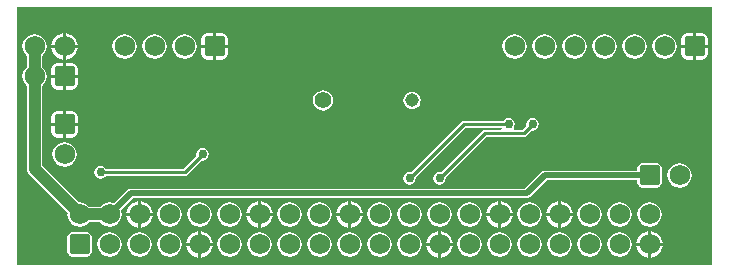
<source format=gbl>
G04 Layer_Physical_Order=2*
G04 Layer_Color=16711680*
%FSLAX25Y25*%
%MOIN*%
G70*
G01*
G75*
%ADD19C,0.02000*%
%ADD20C,0.01000*%
%ADD23C,0.06800*%
G04:AMPARAMS|DCode=24|XSize=68mil|YSize=68mil|CornerRadius=10.2mil|HoleSize=0mil|Usage=FLASHONLY|Rotation=270.000|XOffset=0mil|YOffset=0mil|HoleType=Round|Shape=RoundedRectangle|*
%AMROUNDEDRECTD24*
21,1,0.06800,0.04760,0,0,270.0*
21,1,0.04760,0.06800,0,0,270.0*
1,1,0.02040,-0.02380,-0.02380*
1,1,0.02040,-0.02380,0.02380*
1,1,0.02040,0.02380,0.02380*
1,1,0.02040,0.02380,-0.02380*
%
%ADD24ROUNDEDRECTD24*%
G04:AMPARAMS|DCode=25|XSize=68mil|YSize=68mil|CornerRadius=10.2mil|HoleSize=0mil|Usage=FLASHONLY|Rotation=180.000|XOffset=0mil|YOffset=0mil|HoleType=Round|Shape=RoundedRectangle|*
%AMROUNDEDRECTD25*
21,1,0.06800,0.04760,0,0,180.0*
21,1,0.04760,0.06800,0,0,180.0*
1,1,0.02040,-0.02380,0.02380*
1,1,0.02040,0.02380,0.02380*
1,1,0.02040,0.02380,-0.02380*
1,1,0.02040,-0.02380,-0.02380*
%
%ADD25ROUNDEDRECTD25*%
%ADD26C,0.05500*%
%ADD27C,0.04500*%
%ADD28C,0.03000*%
%ADD29C,0.04000*%
%ADD30C,0.04000*%
G36*
X233932Y2289D02*
X2289D01*
Y88263D01*
X233932D01*
Y2289D01*
D02*
G37*
%LPC*%
G36*
X87372Y18500D02*
X83500D01*
Y14628D01*
X84149Y14713D01*
X85219Y15157D01*
X86138Y15862D01*
X86843Y16781D01*
X87287Y17851D01*
X87372Y18500D01*
D02*
G37*
G36*
X82500D02*
X78628D01*
X78713Y17851D01*
X79157Y16781D01*
X79862Y15862D01*
X80781Y15157D01*
X81851Y14713D01*
X82500Y14628D01*
Y18500D01*
D02*
G37*
G36*
X47372D02*
X43500D01*
Y14628D01*
X44149Y14713D01*
X45219Y15157D01*
X46138Y15862D01*
X46843Y16781D01*
X47287Y17851D01*
X47372Y18500D01*
D02*
G37*
G36*
X162500D02*
X158628D01*
X158713Y17851D01*
X159157Y16781D01*
X159862Y15862D01*
X160781Y15157D01*
X161851Y14713D01*
X162500Y14628D01*
Y18500D01*
D02*
G37*
G36*
X117372D02*
X113500D01*
Y14628D01*
X114149Y14713D01*
X115219Y15157D01*
X116138Y15862D01*
X116843Y16781D01*
X117287Y17851D01*
X117372Y18500D01*
D02*
G37*
G36*
X112500D02*
X108628D01*
X108713Y17851D01*
X109157Y16781D01*
X109862Y15862D01*
X110781Y15157D01*
X111851Y14713D01*
X112500Y14628D01*
Y18500D01*
D02*
G37*
G36*
X143500Y13372D02*
Y9500D01*
X147372D01*
X147287Y10149D01*
X146843Y11219D01*
X146138Y12138D01*
X145219Y12843D01*
X144149Y13287D01*
X143500Y13372D01*
D02*
G37*
G36*
X142500D02*
X141851Y13287D01*
X140781Y12843D01*
X139862Y12138D01*
X139157Y11219D01*
X138713Y10149D01*
X138628Y9500D01*
X142500D01*
Y13372D01*
D02*
G37*
G36*
X63500D02*
Y9500D01*
X67372D01*
X67287Y10149D01*
X66843Y11219D01*
X66138Y12138D01*
X65219Y12843D01*
X64149Y13287D01*
X63500Y13372D01*
D02*
G37*
G36*
X42500Y18500D02*
X38628D01*
X38713Y17851D01*
X39157Y16781D01*
X39862Y15862D01*
X40781Y15157D01*
X41851Y14713D01*
X42500Y14628D01*
Y18500D01*
D02*
G37*
G36*
X213500Y13372D02*
Y9500D01*
X217372D01*
X217287Y10149D01*
X216843Y11219D01*
X216138Y12138D01*
X215219Y12843D01*
X214149Y13287D01*
X213500Y13372D01*
D02*
G37*
G36*
X212500D02*
X211851Y13287D01*
X210781Y12843D01*
X209862Y12138D01*
X209157Y11219D01*
X208713Y10149D01*
X208628Y9500D01*
X212500D01*
Y13372D01*
D02*
G37*
G36*
X123000Y23034D02*
X121956Y22897D01*
X120983Y22494D01*
X120147Y21853D01*
X119506Y21017D01*
X119103Y20044D01*
X118965Y19000D01*
X119103Y17956D01*
X119506Y16983D01*
X120147Y16147D01*
X120983Y15506D01*
X121956Y15103D01*
X123000Y14965D01*
X124044Y15103D01*
X125017Y15506D01*
X125853Y16147D01*
X126494Y16983D01*
X126897Y17956D01*
X127034Y19000D01*
X126897Y20044D01*
X126494Y21017D01*
X125853Y21853D01*
X125017Y22494D01*
X124044Y22897D01*
X123000Y23034D01*
D02*
G37*
G36*
X103000D02*
X101956Y22897D01*
X100983Y22494D01*
X100147Y21853D01*
X99506Y21017D01*
X99103Y20044D01*
X98966Y19000D01*
X99103Y17956D01*
X99506Y16983D01*
X100147Y16147D01*
X100983Y15506D01*
X101956Y15103D01*
X103000Y14965D01*
X104044Y15103D01*
X105017Y15506D01*
X105853Y16147D01*
X106494Y16983D01*
X106897Y17956D01*
X107035Y19000D01*
X106897Y20044D01*
X106494Y21017D01*
X105853Y21853D01*
X105017Y22494D01*
X104044Y22897D01*
X103000Y23034D01*
D02*
G37*
G36*
X93000D02*
X91956Y22897D01*
X90983Y22494D01*
X90147Y21853D01*
X89506Y21017D01*
X89103Y20044D01*
X88965Y19000D01*
X89103Y17956D01*
X89506Y16983D01*
X90147Y16147D01*
X90983Y15506D01*
X91956Y15103D01*
X93000Y14965D01*
X94044Y15103D01*
X95017Y15506D01*
X95853Y16147D01*
X96494Y16983D01*
X96897Y17956D01*
X97035Y19000D01*
X96897Y20044D01*
X96494Y21017D01*
X95853Y21853D01*
X95017Y22494D01*
X94044Y22897D01*
X93000Y23034D01*
D02*
G37*
G36*
X153000D02*
X151956Y22897D01*
X150983Y22494D01*
X150147Y21853D01*
X149506Y21017D01*
X149103Y20044D01*
X148966Y19000D01*
X149103Y17956D01*
X149506Y16983D01*
X150147Y16147D01*
X150983Y15506D01*
X151956Y15103D01*
X153000Y14965D01*
X154044Y15103D01*
X155017Y15506D01*
X155853Y16147D01*
X156494Y16983D01*
X156897Y17956D01*
X157035Y19000D01*
X156897Y20044D01*
X156494Y21017D01*
X155853Y21853D01*
X155017Y22494D01*
X154044Y22897D01*
X153000Y23034D01*
D02*
G37*
G36*
X143000D02*
X141956Y22897D01*
X140983Y22494D01*
X140147Y21853D01*
X139506Y21017D01*
X139103Y20044D01*
X138965Y19000D01*
X139103Y17956D01*
X139506Y16983D01*
X140147Y16147D01*
X140983Y15506D01*
X141956Y15103D01*
X143000Y14965D01*
X144044Y15103D01*
X145017Y15506D01*
X145853Y16147D01*
X146494Y16983D01*
X146897Y17956D01*
X147035Y19000D01*
X146897Y20044D01*
X146494Y21017D01*
X145853Y21853D01*
X145017Y22494D01*
X144044Y22897D01*
X143000Y23034D01*
D02*
G37*
G36*
X133000D02*
X131956Y22897D01*
X130983Y22494D01*
X130147Y21853D01*
X129506Y21017D01*
X129103Y20044D01*
X128965Y19000D01*
X129103Y17956D01*
X129506Y16983D01*
X130147Y16147D01*
X130983Y15506D01*
X131956Y15103D01*
X133000Y14965D01*
X134044Y15103D01*
X135017Y15506D01*
X135853Y16147D01*
X136494Y16983D01*
X136897Y17956D01*
X137034Y19000D01*
X136897Y20044D01*
X136494Y21017D01*
X135853Y21853D01*
X135017Y22494D01*
X134044Y22897D01*
X133000Y23034D01*
D02*
G37*
G36*
X187372Y18500D02*
X183500D01*
Y14628D01*
X184149Y14713D01*
X185219Y15157D01*
X186138Y15862D01*
X186843Y16781D01*
X187287Y17851D01*
X187372Y18500D01*
D02*
G37*
G36*
X182500D02*
X178628D01*
X178713Y17851D01*
X179157Y16781D01*
X179862Y15862D01*
X180781Y15157D01*
X181851Y14713D01*
X182500Y14628D01*
Y18500D01*
D02*
G37*
G36*
X167372D02*
X163500D01*
Y14628D01*
X164149Y14713D01*
X165219Y15157D01*
X166138Y15862D01*
X166843Y16781D01*
X167287Y17851D01*
X167372Y18500D01*
D02*
G37*
G36*
X73000Y23034D02*
X71956Y22897D01*
X70983Y22494D01*
X70147Y21853D01*
X69506Y21017D01*
X69103Y20044D01*
X68966Y19000D01*
X69103Y17956D01*
X69506Y16983D01*
X70147Y16147D01*
X70983Y15506D01*
X71956Y15103D01*
X73000Y14965D01*
X74044Y15103D01*
X75017Y15506D01*
X75853Y16147D01*
X76494Y16983D01*
X76897Y17956D01*
X77034Y19000D01*
X76897Y20044D01*
X76494Y21017D01*
X75853Y21853D01*
X75017Y22494D01*
X74044Y22897D01*
X73000Y23034D01*
D02*
G37*
G36*
X63000D02*
X61956Y22897D01*
X60983Y22494D01*
X60147Y21853D01*
X59506Y21017D01*
X59103Y20044D01*
X58965Y19000D01*
X59103Y17956D01*
X59506Y16983D01*
X60147Y16147D01*
X60983Y15506D01*
X61956Y15103D01*
X63000Y14965D01*
X64044Y15103D01*
X65017Y15506D01*
X65853Y16147D01*
X66494Y16983D01*
X66897Y17956D01*
X67035Y19000D01*
X66897Y20044D01*
X66494Y21017D01*
X65853Y21853D01*
X65017Y22494D01*
X64044Y22897D01*
X63000Y23034D01*
D02*
G37*
G36*
X53000D02*
X51956Y22897D01*
X50983Y22494D01*
X50147Y21853D01*
X49506Y21017D01*
X49103Y20044D01*
X48965Y19000D01*
X49103Y17956D01*
X49506Y16983D01*
X50147Y16147D01*
X50983Y15506D01*
X51956Y15103D01*
X53000Y14965D01*
X54044Y15103D01*
X55017Y15506D01*
X55853Y16147D01*
X56494Y16983D01*
X56897Y17956D01*
X57034Y19000D01*
X56897Y20044D01*
X56494Y21017D01*
X55853Y21853D01*
X55017Y22494D01*
X54044Y22897D01*
X53000Y23034D01*
D02*
G37*
G36*
Y13035D02*
X51956Y12897D01*
X50983Y12494D01*
X50147Y11853D01*
X49506Y11017D01*
X49103Y10044D01*
X48965Y9000D01*
X49103Y7956D01*
X49506Y6983D01*
X50147Y6147D01*
X50983Y5506D01*
X51956Y5103D01*
X53000Y4966D01*
X54044Y5103D01*
X55017Y5506D01*
X55853Y6147D01*
X56494Y6983D01*
X56897Y7956D01*
X57034Y9000D01*
X56897Y10044D01*
X56494Y11017D01*
X55853Y11853D01*
X55017Y12494D01*
X54044Y12897D01*
X53000Y13035D01*
D02*
G37*
G36*
X43000D02*
X41956Y12897D01*
X40983Y12494D01*
X40147Y11853D01*
X39506Y11017D01*
X39103Y10044D01*
X38965Y9000D01*
X39103Y7956D01*
X39506Y6983D01*
X40147Y6147D01*
X40983Y5506D01*
X41956Y5103D01*
X43000Y4966D01*
X44044Y5103D01*
X45017Y5506D01*
X45853Y6147D01*
X46494Y6983D01*
X46897Y7956D01*
X47034Y9000D01*
X46897Y10044D01*
X46494Y11017D01*
X45853Y11853D01*
X45017Y12494D01*
X44044Y12897D01*
X43000Y13035D01*
D02*
G37*
G36*
X33000D02*
X31956Y12897D01*
X30983Y12494D01*
X30147Y11853D01*
X29506Y11017D01*
X29103Y10044D01*
X28965Y9000D01*
X29103Y7956D01*
X29506Y6983D01*
X30147Y6147D01*
X30983Y5506D01*
X31956Y5103D01*
X33000Y4966D01*
X34044Y5103D01*
X35017Y5506D01*
X35853Y6147D01*
X36494Y6983D01*
X36897Y7956D01*
X37034Y9000D01*
X36897Y10044D01*
X36494Y11017D01*
X35853Y11853D01*
X35017Y12494D01*
X34044Y12897D01*
X33000Y13035D01*
D02*
G37*
G36*
X93000D02*
X91956Y12897D01*
X90983Y12494D01*
X90147Y11853D01*
X89506Y11017D01*
X89103Y10044D01*
X88965Y9000D01*
X89103Y7956D01*
X89506Y6983D01*
X90147Y6147D01*
X90983Y5506D01*
X91956Y5103D01*
X93000Y4966D01*
X94044Y5103D01*
X95017Y5506D01*
X95853Y6147D01*
X96494Y6983D01*
X96897Y7956D01*
X97035Y9000D01*
X96897Y10044D01*
X96494Y11017D01*
X95853Y11853D01*
X95017Y12494D01*
X94044Y12897D01*
X93000Y13035D01*
D02*
G37*
G36*
X83000D02*
X81956Y12897D01*
X80983Y12494D01*
X80147Y11853D01*
X79506Y11017D01*
X79103Y10044D01*
X78966Y9000D01*
X79103Y7956D01*
X79506Y6983D01*
X80147Y6147D01*
X80983Y5506D01*
X81956Y5103D01*
X83000Y4966D01*
X84044Y5103D01*
X85017Y5506D01*
X85853Y6147D01*
X86494Y6983D01*
X86897Y7956D01*
X87034Y9000D01*
X86897Y10044D01*
X86494Y11017D01*
X85853Y11853D01*
X85017Y12494D01*
X84044Y12897D01*
X83000Y13035D01*
D02*
G37*
G36*
X73000D02*
X71956Y12897D01*
X70983Y12494D01*
X70147Y11853D01*
X69506Y11017D01*
X69103Y10044D01*
X68966Y9000D01*
X69103Y7956D01*
X69506Y6983D01*
X70147Y6147D01*
X70983Y5506D01*
X71956Y5103D01*
X73000Y4966D01*
X74044Y5103D01*
X75017Y5506D01*
X75853Y6147D01*
X76494Y6983D01*
X76897Y7956D01*
X77034Y9000D01*
X76897Y10044D01*
X76494Y11017D01*
X75853Y11853D01*
X75017Y12494D01*
X74044Y12897D01*
X73000Y13035D01*
D02*
G37*
G36*
X142500Y8500D02*
X138628D01*
X138713Y7851D01*
X139157Y6781D01*
X139862Y5862D01*
X140781Y5157D01*
X141851Y4713D01*
X142500Y4628D01*
Y8500D01*
D02*
G37*
G36*
X67372D02*
X63500D01*
Y4628D01*
X64149Y4713D01*
X65219Y5157D01*
X66138Y5862D01*
X66843Y6781D01*
X67287Y7851D01*
X67372Y8500D01*
D02*
G37*
G36*
X62500D02*
X58628D01*
X58713Y7851D01*
X59157Y6781D01*
X59862Y5862D01*
X60781Y5157D01*
X61851Y4713D01*
X62500Y4628D01*
Y8500D01*
D02*
G37*
G36*
X217372D02*
X213500D01*
Y4628D01*
X214149Y4713D01*
X215219Y5157D01*
X216138Y5862D01*
X216843Y6781D01*
X217287Y7851D01*
X217372Y8500D01*
D02*
G37*
G36*
X212500D02*
X208628D01*
X208713Y7851D01*
X209157Y6781D01*
X209862Y5862D01*
X210781Y5157D01*
X211851Y4713D01*
X212500Y4628D01*
Y8500D01*
D02*
G37*
G36*
X147372D02*
X143500D01*
Y4628D01*
X144149Y4713D01*
X145219Y5157D01*
X146138Y5862D01*
X146843Y6781D01*
X147287Y7851D01*
X147372Y8500D01*
D02*
G37*
G36*
X193000Y13035D02*
X191956Y12897D01*
X190983Y12494D01*
X190147Y11853D01*
X189506Y11017D01*
X189103Y10044D01*
X188965Y9000D01*
X189103Y7956D01*
X189506Y6983D01*
X190147Y6147D01*
X190983Y5506D01*
X191956Y5103D01*
X193000Y4966D01*
X194044Y5103D01*
X195017Y5506D01*
X195853Y6147D01*
X196494Y6983D01*
X196897Y7956D01*
X197035Y9000D01*
X196897Y10044D01*
X196494Y11017D01*
X195853Y11853D01*
X195017Y12494D01*
X194044Y12897D01*
X193000Y13035D01*
D02*
G37*
G36*
X183000D02*
X181956Y12897D01*
X180983Y12494D01*
X180147Y11853D01*
X179506Y11017D01*
X179103Y10044D01*
X178965Y9000D01*
X179103Y7956D01*
X179506Y6983D01*
X180147Y6147D01*
X180983Y5506D01*
X181956Y5103D01*
X183000Y4966D01*
X184044Y5103D01*
X185017Y5506D01*
X185853Y6147D01*
X186494Y6983D01*
X186897Y7956D01*
X187034Y9000D01*
X186897Y10044D01*
X186494Y11017D01*
X185853Y11853D01*
X185017Y12494D01*
X184044Y12897D01*
X183000Y13035D01*
D02*
G37*
G36*
X173000D02*
X171956Y12897D01*
X170983Y12494D01*
X170147Y11853D01*
X169506Y11017D01*
X169103Y10044D01*
X168965Y9000D01*
X169103Y7956D01*
X169506Y6983D01*
X170147Y6147D01*
X170983Y5506D01*
X171956Y5103D01*
X173000Y4966D01*
X174044Y5103D01*
X175017Y5506D01*
X175853Y6147D01*
X176494Y6983D01*
X176897Y7956D01*
X177034Y9000D01*
X176897Y10044D01*
X176494Y11017D01*
X175853Y11853D01*
X175017Y12494D01*
X174044Y12897D01*
X173000Y13035D01*
D02*
G37*
G36*
X62500Y13372D02*
X61851Y13287D01*
X60781Y12843D01*
X59862Y12138D01*
X59157Y11219D01*
X58713Y10149D01*
X58628Y9500D01*
X62500D01*
Y13372D01*
D02*
G37*
G36*
X25380Y13032D02*
X20620D01*
X19988Y12906D01*
X19452Y12548D01*
X19094Y12012D01*
X18968Y11380D01*
Y6620D01*
X19094Y5988D01*
X19452Y5452D01*
X19988Y5094D01*
X20620Y4968D01*
X25380D01*
X26012Y5094D01*
X26548Y5452D01*
X26906Y5988D01*
X27032Y6620D01*
Y11380D01*
X26906Y12012D01*
X26548Y12548D01*
X26012Y12906D01*
X25380Y13032D01*
D02*
G37*
G36*
X203000Y13035D02*
X201956Y12897D01*
X200983Y12494D01*
X200147Y11853D01*
X199506Y11017D01*
X199103Y10044D01*
X198966Y9000D01*
X199103Y7956D01*
X199506Y6983D01*
X200147Y6147D01*
X200983Y5506D01*
X201956Y5103D01*
X203000Y4966D01*
X204044Y5103D01*
X205017Y5506D01*
X205853Y6147D01*
X206494Y6983D01*
X206897Y7956D01*
X207034Y9000D01*
X206897Y10044D01*
X206494Y11017D01*
X205853Y11853D01*
X205017Y12494D01*
X204044Y12897D01*
X203000Y13035D01*
D02*
G37*
G36*
X123000D02*
X121956Y12897D01*
X120983Y12494D01*
X120147Y11853D01*
X119506Y11017D01*
X119103Y10044D01*
X118965Y9000D01*
X119103Y7956D01*
X119506Y6983D01*
X120147Y6147D01*
X120983Y5506D01*
X121956Y5103D01*
X123000Y4966D01*
X124044Y5103D01*
X125017Y5506D01*
X125853Y6147D01*
X126494Y6983D01*
X126897Y7956D01*
X127034Y9000D01*
X126897Y10044D01*
X126494Y11017D01*
X125853Y11853D01*
X125017Y12494D01*
X124044Y12897D01*
X123000Y13035D01*
D02*
G37*
G36*
X113000D02*
X111956Y12897D01*
X110983Y12494D01*
X110147Y11853D01*
X109506Y11017D01*
X109103Y10044D01*
X108966Y9000D01*
X109103Y7956D01*
X109506Y6983D01*
X110147Y6147D01*
X110983Y5506D01*
X111956Y5103D01*
X113000Y4966D01*
X114044Y5103D01*
X115017Y5506D01*
X115853Y6147D01*
X116494Y6983D01*
X116897Y7956D01*
X117034Y9000D01*
X116897Y10044D01*
X116494Y11017D01*
X115853Y11853D01*
X115017Y12494D01*
X114044Y12897D01*
X113000Y13035D01*
D02*
G37*
G36*
X103000D02*
X101956Y12897D01*
X100983Y12494D01*
X100147Y11853D01*
X99506Y11017D01*
X99103Y10044D01*
X98966Y9000D01*
X99103Y7956D01*
X99506Y6983D01*
X100147Y6147D01*
X100983Y5506D01*
X101956Y5103D01*
X103000Y4966D01*
X104044Y5103D01*
X105017Y5506D01*
X105853Y6147D01*
X106494Y6983D01*
X106897Y7956D01*
X107035Y9000D01*
X106897Y10044D01*
X106494Y11017D01*
X105853Y11853D01*
X105017Y12494D01*
X104044Y12897D01*
X103000Y13035D01*
D02*
G37*
G36*
X163000D02*
X161956Y12897D01*
X160983Y12494D01*
X160147Y11853D01*
X159506Y11017D01*
X159103Y10044D01*
X158966Y9000D01*
X159103Y7956D01*
X159506Y6983D01*
X160147Y6147D01*
X160983Y5506D01*
X161956Y5103D01*
X163000Y4966D01*
X164044Y5103D01*
X165017Y5506D01*
X165853Y6147D01*
X166494Y6983D01*
X166897Y7956D01*
X167034Y9000D01*
X166897Y10044D01*
X166494Y11017D01*
X165853Y11853D01*
X165017Y12494D01*
X164044Y12897D01*
X163000Y13035D01*
D02*
G37*
G36*
X153000D02*
X151956Y12897D01*
X150983Y12494D01*
X150147Y11853D01*
X149506Y11017D01*
X149103Y10044D01*
X148966Y9000D01*
X149103Y7956D01*
X149506Y6983D01*
X150147Y6147D01*
X150983Y5506D01*
X151956Y5103D01*
X153000Y4966D01*
X154044Y5103D01*
X155017Y5506D01*
X155853Y6147D01*
X156494Y6983D01*
X156897Y7956D01*
X157035Y9000D01*
X156897Y10044D01*
X156494Y11017D01*
X155853Y11853D01*
X155017Y12494D01*
X154044Y12897D01*
X153000Y13035D01*
D02*
G37*
G36*
X133000D02*
X131956Y12897D01*
X130983Y12494D01*
X130147Y11853D01*
X129506Y11017D01*
X129103Y10044D01*
X128965Y9000D01*
X129103Y7956D01*
X129506Y6983D01*
X130147Y6147D01*
X130983Y5506D01*
X131956Y5103D01*
X133000Y4966D01*
X134044Y5103D01*
X135017Y5506D01*
X135853Y6147D01*
X136494Y6983D01*
X136897Y7956D01*
X137034Y9000D01*
X136897Y10044D01*
X136494Y11017D01*
X135853Y11853D01*
X135017Y12494D01*
X134044Y12897D01*
X133000Y13035D01*
D02*
G37*
G36*
X173000Y23034D02*
X171956Y22897D01*
X170983Y22494D01*
X170147Y21853D01*
X169506Y21017D01*
X169103Y20044D01*
X168965Y19000D01*
X169103Y17956D01*
X169506Y16983D01*
X170147Y16147D01*
X170983Y15506D01*
X171956Y15103D01*
X173000Y14965D01*
X174044Y15103D01*
X175017Y15506D01*
X175853Y16147D01*
X176494Y16983D01*
X176897Y17956D01*
X177034Y19000D01*
X176897Y20044D01*
X176494Y21017D01*
X175853Y21853D01*
X175017Y22494D01*
X174044Y22897D01*
X173000Y23034D01*
D02*
G37*
G36*
X22372Y74500D02*
X18500D01*
Y70628D01*
X19149Y70713D01*
X20219Y71157D01*
X21138Y71862D01*
X21843Y72781D01*
X22287Y73851D01*
X22372Y74500D01*
D02*
G37*
G36*
X17500D02*
X13628D01*
X13713Y73851D01*
X14157Y72781D01*
X14862Y71862D01*
X15781Y71157D01*
X16851Y70713D01*
X17500Y70628D01*
Y74500D01*
D02*
G37*
G36*
X232440D02*
X228500D01*
Y70560D01*
X230380D01*
X231168Y70717D01*
X231836Y71164D01*
X232283Y71832D01*
X232440Y72620D01*
Y74500D01*
D02*
G37*
G36*
X58000Y79035D02*
X56956Y78897D01*
X55983Y78494D01*
X55147Y77853D01*
X54506Y77017D01*
X54103Y76044D01*
X53966Y75000D01*
X54103Y73956D01*
X54506Y72983D01*
X55147Y72147D01*
X55983Y71506D01*
X56956Y71103D01*
X58000Y70965D01*
X59044Y71103D01*
X60017Y71506D01*
X60853Y72147D01*
X61494Y72983D01*
X61897Y73956D01*
X62034Y75000D01*
X61897Y76044D01*
X61494Y77017D01*
X60853Y77853D01*
X60017Y78494D01*
X59044Y78897D01*
X58000Y79035D01*
D02*
G37*
G36*
X48000D02*
X46956Y78897D01*
X45983Y78494D01*
X45147Y77853D01*
X44506Y77017D01*
X44103Y76044D01*
X43966Y75000D01*
X44103Y73956D01*
X44506Y72983D01*
X45147Y72147D01*
X45983Y71506D01*
X46956Y71103D01*
X48000Y70965D01*
X49044Y71103D01*
X50017Y71506D01*
X50853Y72147D01*
X51494Y72983D01*
X51897Y73956D01*
X52034Y75000D01*
X51897Y76044D01*
X51494Y77017D01*
X50853Y77853D01*
X50017Y78494D01*
X49044Y78897D01*
X48000Y79035D01*
D02*
G37*
G36*
X38000D02*
X36956Y78897D01*
X35983Y78494D01*
X35147Y77853D01*
X34506Y77017D01*
X34103Y76044D01*
X33966Y75000D01*
X34103Y73956D01*
X34506Y72983D01*
X35147Y72147D01*
X35983Y71506D01*
X36956Y71103D01*
X38000Y70965D01*
X39044Y71103D01*
X40017Y71506D01*
X40853Y72147D01*
X41494Y72983D01*
X41897Y73956D01*
X42035Y75000D01*
X41897Y76044D01*
X41494Y77017D01*
X40853Y77853D01*
X40017Y78494D01*
X39044Y78897D01*
X38000Y79035D01*
D02*
G37*
G36*
X20380Y69440D02*
X18500D01*
Y65500D01*
X22440D01*
Y67380D01*
X22283Y68168D01*
X21836Y68836D01*
X21168Y69283D01*
X20380Y69440D01*
D02*
G37*
G36*
X17500D02*
X15620D01*
X14832Y69283D01*
X14164Y68836D01*
X13717Y68168D01*
X13560Y67380D01*
Y65500D01*
X17500D01*
Y69440D01*
D02*
G37*
G36*
X22440Y64500D02*
X18500D01*
Y60560D01*
X20380D01*
X21168Y60717D01*
X21836Y61164D01*
X22283Y61832D01*
X22440Y62620D01*
Y64500D01*
D02*
G37*
G36*
X227500Y74500D02*
X223560D01*
Y72620D01*
X223717Y71832D01*
X224164Y71164D01*
X224832Y70717D01*
X225620Y70560D01*
X227500D01*
Y74500D01*
D02*
G37*
G36*
X72440D02*
X68500D01*
Y70560D01*
X70380D01*
X71168Y70717D01*
X71836Y71164D01*
X72283Y71832D01*
X72440Y72620D01*
Y74500D01*
D02*
G37*
G36*
X67500D02*
X63560D01*
Y72620D01*
X63717Y71832D01*
X64164Y71164D01*
X64832Y70717D01*
X65620Y70560D01*
X67500D01*
Y74500D01*
D02*
G37*
G36*
X17500Y79372D02*
X16851Y79287D01*
X15781Y78843D01*
X14862Y78138D01*
X14157Y77219D01*
X13713Y76149D01*
X13628Y75500D01*
X17500D01*
Y79372D01*
D02*
G37*
G36*
X67500Y79440D02*
X65620D01*
X64832Y79283D01*
X64164Y78836D01*
X63717Y78168D01*
X63560Y77380D01*
Y75500D01*
X67500D01*
Y79440D01*
D02*
G37*
G36*
X227500D02*
X225620D01*
X224832Y79283D01*
X224164Y78836D01*
X223717Y78168D01*
X223560Y77380D01*
Y75500D01*
X227500D01*
Y79440D01*
D02*
G37*
G36*
X18500Y79372D02*
Y75500D01*
X22372D01*
X22287Y76149D01*
X21843Y77219D01*
X21138Y78138D01*
X20219Y78843D01*
X19149Y79287D01*
X18500Y79372D01*
D02*
G37*
G36*
X70380Y79440D02*
X68500D01*
Y75500D01*
X72440D01*
Y77380D01*
X72283Y78168D01*
X71836Y78836D01*
X71168Y79283D01*
X70380Y79440D01*
D02*
G37*
G36*
X230380D02*
X228500D01*
Y75500D01*
X232440D01*
Y77380D01*
X232283Y78168D01*
X231836Y78836D01*
X231168Y79283D01*
X230380Y79440D01*
D02*
G37*
G36*
X188000Y79035D02*
X186956Y78897D01*
X185983Y78494D01*
X185147Y77853D01*
X184506Y77017D01*
X184103Y76044D01*
X183966Y75000D01*
X184103Y73956D01*
X184506Y72983D01*
X185147Y72147D01*
X185983Y71506D01*
X186956Y71103D01*
X188000Y70965D01*
X189044Y71103D01*
X190017Y71506D01*
X190853Y72147D01*
X191494Y72983D01*
X191897Y73956D01*
X192034Y75000D01*
X191897Y76044D01*
X191494Y77017D01*
X190853Y77853D01*
X190017Y78494D01*
X189044Y78897D01*
X188000Y79035D01*
D02*
G37*
G36*
X178000D02*
X176956Y78897D01*
X175983Y78494D01*
X175147Y77853D01*
X174506Y77017D01*
X174103Y76044D01*
X173966Y75000D01*
X174103Y73956D01*
X174506Y72983D01*
X175147Y72147D01*
X175983Y71506D01*
X176956Y71103D01*
X178000Y70965D01*
X179044Y71103D01*
X180017Y71506D01*
X180853Y72147D01*
X181494Y72983D01*
X181897Y73956D01*
X182035Y75000D01*
X181897Y76044D01*
X181494Y77017D01*
X180853Y77853D01*
X180017Y78494D01*
X179044Y78897D01*
X178000Y79035D01*
D02*
G37*
G36*
X168000D02*
X166956Y78897D01*
X165983Y78494D01*
X165147Y77853D01*
X164506Y77017D01*
X164103Y76044D01*
X163965Y75000D01*
X164103Y73956D01*
X164506Y72983D01*
X165147Y72147D01*
X165983Y71506D01*
X166956Y71103D01*
X168000Y70965D01*
X169044Y71103D01*
X170017Y71506D01*
X170853Y72147D01*
X171494Y72983D01*
X171897Y73956D01*
X172035Y75000D01*
X171897Y76044D01*
X171494Y77017D01*
X170853Y77853D01*
X170017Y78494D01*
X169044Y78897D01*
X168000Y79035D01*
D02*
G37*
G36*
X218000D02*
X216956Y78897D01*
X215983Y78494D01*
X215147Y77853D01*
X214506Y77017D01*
X214103Y76044D01*
X213966Y75000D01*
X214103Y73956D01*
X214506Y72983D01*
X215147Y72147D01*
X215983Y71506D01*
X216956Y71103D01*
X218000Y70965D01*
X219044Y71103D01*
X220017Y71506D01*
X220853Y72147D01*
X221494Y72983D01*
X221897Y73956D01*
X222035Y75000D01*
X221897Y76044D01*
X221494Y77017D01*
X220853Y77853D01*
X220017Y78494D01*
X219044Y78897D01*
X218000Y79035D01*
D02*
G37*
G36*
X208000D02*
X206956Y78897D01*
X205983Y78494D01*
X205147Y77853D01*
X204506Y77017D01*
X204103Y76044D01*
X203965Y75000D01*
X204103Y73956D01*
X204506Y72983D01*
X205147Y72147D01*
X205983Y71506D01*
X206956Y71103D01*
X208000Y70965D01*
X209044Y71103D01*
X210017Y71506D01*
X210853Y72147D01*
X211494Y72983D01*
X211897Y73956D01*
X212035Y75000D01*
X211897Y76044D01*
X211494Y77017D01*
X210853Y77853D01*
X210017Y78494D01*
X209044Y78897D01*
X208000Y79035D01*
D02*
G37*
G36*
X198000D02*
X196956Y78897D01*
X195983Y78494D01*
X195147Y77853D01*
X194506Y77017D01*
X194103Y76044D01*
X193965Y75000D01*
X194103Y73956D01*
X194506Y72983D01*
X195147Y72147D01*
X195983Y71506D01*
X196956Y71103D01*
X198000Y70965D01*
X199044Y71103D01*
X200017Y71506D01*
X200853Y72147D01*
X201494Y72983D01*
X201897Y73956D01*
X202034Y75000D01*
X201897Y76044D01*
X201494Y77017D01*
X200853Y77853D01*
X200017Y78494D01*
X199044Y78897D01*
X198000Y79035D01*
D02*
G37*
G36*
X17500Y64500D02*
X13560D01*
Y62620D01*
X13717Y61832D01*
X14164Y61164D01*
X14832Y60717D01*
X15620Y60560D01*
X17500D01*
Y64500D01*
D02*
G37*
G36*
X113500Y23372D02*
Y19500D01*
X117372D01*
X117287Y20149D01*
X116843Y21219D01*
X116138Y22138D01*
X115219Y22843D01*
X114149Y23287D01*
X113500Y23372D01*
D02*
G37*
G36*
X112500D02*
X111851Y23287D01*
X110781Y22843D01*
X109862Y22138D01*
X109157Y21219D01*
X108713Y20149D01*
X108628Y19500D01*
X112500D01*
Y23372D01*
D02*
G37*
G36*
X83500D02*
Y19500D01*
X87372D01*
X87287Y20149D01*
X86843Y21219D01*
X86138Y22138D01*
X85219Y22843D01*
X84149Y23287D01*
X83500Y23372D01*
D02*
G37*
G36*
X182500D02*
X181851Y23287D01*
X180781Y22843D01*
X179862Y22138D01*
X179157Y21219D01*
X178713Y20149D01*
X178628Y19500D01*
X182500D01*
Y23372D01*
D02*
G37*
G36*
X163500D02*
Y19500D01*
X167372D01*
X167287Y20149D01*
X166843Y21219D01*
X166138Y22138D01*
X165219Y22843D01*
X164149Y23287D01*
X163500Y23372D01*
D02*
G37*
G36*
X162500D02*
X161851Y23287D01*
X160781Y22843D01*
X159862Y22138D01*
X159157Y21219D01*
X158713Y20149D01*
X158628Y19500D01*
X162500D01*
Y23372D01*
D02*
G37*
G36*
X213000Y23034D02*
X211956Y22897D01*
X210983Y22494D01*
X210147Y21853D01*
X209506Y21017D01*
X209103Y20044D01*
X208965Y19000D01*
X209103Y17956D01*
X209506Y16983D01*
X210147Y16147D01*
X210983Y15506D01*
X211956Y15103D01*
X213000Y14965D01*
X214044Y15103D01*
X215017Y15506D01*
X215853Y16147D01*
X216494Y16983D01*
X216897Y17956D01*
X217035Y19000D01*
X216897Y20044D01*
X216494Y21017D01*
X215853Y21853D01*
X215017Y22494D01*
X214044Y22897D01*
X213000Y23034D01*
D02*
G37*
G36*
X203000D02*
X201956Y22897D01*
X200983Y22494D01*
X200147Y21853D01*
X199506Y21017D01*
X199103Y20044D01*
X198966Y19000D01*
X199103Y17956D01*
X199506Y16983D01*
X200147Y16147D01*
X200983Y15506D01*
X201956Y15103D01*
X203000Y14965D01*
X204044Y15103D01*
X205017Y15506D01*
X205853Y16147D01*
X206494Y16983D01*
X206897Y17956D01*
X207034Y19000D01*
X206897Y20044D01*
X206494Y21017D01*
X205853Y21853D01*
X205017Y22494D01*
X204044Y22897D01*
X203000Y23034D01*
D02*
G37*
G36*
X193000D02*
X191956Y22897D01*
X190983Y22494D01*
X190147Y21853D01*
X189506Y21017D01*
X189103Y20044D01*
X188965Y19000D01*
X189103Y17956D01*
X189506Y16983D01*
X190147Y16147D01*
X190983Y15506D01*
X191956Y15103D01*
X193000Y14965D01*
X194044Y15103D01*
X195017Y15506D01*
X195853Y16147D01*
X196494Y16983D01*
X196897Y17956D01*
X197035Y19000D01*
X196897Y20044D01*
X196494Y21017D01*
X195853Y21853D01*
X195017Y22494D01*
X194044Y22897D01*
X193000Y23034D01*
D02*
G37*
G36*
X82500Y23372D02*
X81851Y23287D01*
X80781Y22843D01*
X79862Y22138D01*
X79157Y21219D01*
X78713Y20149D01*
X78628Y19500D01*
X82500D01*
Y23372D01*
D02*
G37*
G36*
X43500D02*
Y19500D01*
X47372D01*
X47287Y20149D01*
X46843Y21219D01*
X46138Y22138D01*
X45219Y22843D01*
X44149Y23287D01*
X43500Y23372D01*
D02*
G37*
G36*
X42500D02*
X41851Y23287D01*
X40781Y22843D01*
X39862Y22138D01*
X39157Y21219D01*
X38713Y20149D01*
X38628Y19500D01*
X42500D01*
Y23372D01*
D02*
G37*
G36*
X17500Y53440D02*
X15620D01*
X14832Y53283D01*
X14164Y52836D01*
X13717Y52168D01*
X13560Y51380D01*
Y49500D01*
X17500D01*
Y53440D01*
D02*
G37*
G36*
X174000Y51141D02*
X173181Y50978D01*
X172486Y50514D01*
X172022Y49819D01*
X171859Y49000D01*
X171951Y48537D01*
X170535Y47122D01*
X167966D01*
X167671Y47722D01*
X167978Y48181D01*
X168141Y49000D01*
X167978Y49819D01*
X167514Y50514D01*
X166819Y50978D01*
X166000Y51141D01*
X165181Y50978D01*
X164486Y50514D01*
X164224Y50122D01*
X151000D01*
X150571Y50036D01*
X150207Y49793D01*
X150207Y49793D01*
X133463Y33049D01*
X133000Y33141D01*
X132181Y32978D01*
X131486Y32514D01*
X131022Y31819D01*
X130859Y31000D01*
X131022Y30181D01*
X131486Y29486D01*
X132181Y29022D01*
X133000Y28859D01*
X133819Y29022D01*
X134514Y29486D01*
X134978Y30181D01*
X135141Y31000D01*
X135049Y31463D01*
X151465Y47878D01*
X163737D01*
X163835Y47722D01*
X163502Y47122D01*
X158000D01*
X157571Y47036D01*
X157207Y46793D01*
X157207Y46793D01*
X143463Y33049D01*
X143000Y33141D01*
X142181Y32978D01*
X141486Y32514D01*
X141022Y31819D01*
X140859Y31000D01*
X141022Y30181D01*
X141486Y29486D01*
X142181Y29022D01*
X143000Y28859D01*
X143819Y29022D01*
X144514Y29486D01*
X144978Y30181D01*
X145141Y31000D01*
X145049Y31463D01*
X158465Y44878D01*
X171000D01*
X171000Y44878D01*
X171429Y44964D01*
X171793Y45207D01*
X173537Y46951D01*
X174000Y46859D01*
X174819Y47022D01*
X175514Y47486D01*
X175978Y48181D01*
X176141Y49000D01*
X175978Y49819D01*
X175514Y50514D01*
X174819Y50978D01*
X174000Y51141D01*
D02*
G37*
G36*
X22440Y48500D02*
X18500D01*
Y44560D01*
X20380D01*
X21168Y44717D01*
X21836Y45164D01*
X22283Y45832D01*
X22440Y46620D01*
Y48500D01*
D02*
G37*
G36*
X133849Y59873D02*
X133105Y59775D01*
X132411Y59488D01*
X131816Y59031D01*
X131359Y58436D01*
X131072Y57743D01*
X130974Y56999D01*
X131072Y56255D01*
X131359Y55561D01*
X131816Y54966D01*
X132411Y54509D01*
X133105Y54222D01*
X133849Y54124D01*
X134593Y54222D01*
X135286Y54509D01*
X135881Y54966D01*
X136338Y55561D01*
X136625Y56255D01*
X136723Y56999D01*
X136625Y57743D01*
X136338Y58436D01*
X135881Y59031D01*
X135286Y59488D01*
X134593Y59775D01*
X133849Y59873D01*
D02*
G37*
G36*
X104249Y60378D02*
X103374Y60263D01*
X102559Y59925D01*
X101859Y59388D01*
X101322Y58688D01*
X100985Y57873D01*
X100870Y56999D01*
X100985Y56124D01*
X101322Y55309D01*
X101859Y54610D01*
X102559Y54072D01*
X103374Y53735D01*
X104249Y53620D01*
X105123Y53735D01*
X105938Y54072D01*
X106638Y54610D01*
X107175Y55309D01*
X107512Y56124D01*
X107627Y56999D01*
X107512Y57873D01*
X107175Y58688D01*
X106638Y59388D01*
X105938Y59925D01*
X105123Y60263D01*
X104249Y60378D01*
D02*
G37*
G36*
X20380Y53440D02*
X18500D01*
Y49500D01*
X22440D01*
Y51380D01*
X22283Y52168D01*
X21836Y52836D01*
X21168Y53283D01*
X20380Y53440D01*
D02*
G37*
G36*
X8000Y79035D02*
X6956Y78897D01*
X5983Y78494D01*
X5147Y77853D01*
X4506Y77017D01*
X4103Y76044D01*
X3965Y75000D01*
X4103Y73956D01*
X4506Y72983D01*
X5147Y72147D01*
X5378Y71970D01*
Y68030D01*
X5147Y67853D01*
X4506Y67017D01*
X4103Y66044D01*
X3965Y65000D01*
X4103Y63956D01*
X4506Y62983D01*
X5147Y62147D01*
X5378Y61970D01*
Y34110D01*
X5378Y34110D01*
X5467Y33432D01*
X5729Y32799D01*
X6146Y32256D01*
X19016Y19385D01*
X18966Y19000D01*
X19103Y17956D01*
X19506Y16983D01*
X20147Y16147D01*
X20983Y15506D01*
X21956Y15103D01*
X23000Y14965D01*
X24044Y15103D01*
X25017Y15506D01*
X25853Y16147D01*
X26030Y16378D01*
X29970D01*
X30147Y16147D01*
X30983Y15506D01*
X31956Y15103D01*
X33000Y14965D01*
X34044Y15103D01*
X35017Y15506D01*
X35853Y16147D01*
X36494Y16983D01*
X36897Y17956D01*
X37034Y19000D01*
X36897Y20044D01*
X36770Y20352D01*
X40786Y24369D01*
X172000D01*
X172624Y24493D01*
X173153Y24847D01*
X178676Y30369D01*
X208968D01*
Y29620D01*
X209094Y28988D01*
X209452Y28452D01*
X209988Y28094D01*
X210620Y27968D01*
X215380D01*
X216012Y28094D01*
X216548Y28452D01*
X216906Y28988D01*
X217032Y29620D01*
Y34380D01*
X216906Y35012D01*
X216548Y35548D01*
X216012Y35906D01*
X215380Y36032D01*
X210620D01*
X209988Y35906D01*
X209452Y35548D01*
X209094Y35012D01*
X208968Y34380D01*
Y33631D01*
X178000D01*
X177376Y33507D01*
X176847Y33154D01*
X171324Y27631D01*
X40110D01*
X39486Y27507D01*
X38957Y27154D01*
X34508Y22705D01*
X34044Y22897D01*
X33000Y23034D01*
X31956Y22897D01*
X30983Y22494D01*
X30147Y21853D01*
X29970Y21622D01*
X26030D01*
X25853Y21853D01*
X25017Y22494D01*
X24044Y22897D01*
X23000Y23034D01*
X22809Y23009D01*
X10622Y35197D01*
Y61970D01*
X10853Y62147D01*
X11494Y62983D01*
X11897Y63956D01*
X12034Y65000D01*
X11897Y66044D01*
X11494Y67017D01*
X10853Y67853D01*
X10622Y68030D01*
Y71970D01*
X10853Y72147D01*
X11494Y72983D01*
X11897Y73956D01*
X12034Y75000D01*
X11897Y76044D01*
X11494Y77017D01*
X10853Y77853D01*
X10017Y78494D01*
X9044Y78897D01*
X8000Y79035D01*
D02*
G37*
G36*
X223000Y36035D02*
X221956Y35897D01*
X220983Y35494D01*
X220147Y34853D01*
X219506Y34017D01*
X219103Y33044D01*
X218966Y32000D01*
X219103Y30956D01*
X219506Y29983D01*
X220147Y29147D01*
X220983Y28506D01*
X221956Y28103D01*
X223000Y27966D01*
X224044Y28103D01*
X225017Y28506D01*
X225853Y29147D01*
X226494Y29983D01*
X226897Y30956D01*
X227034Y32000D01*
X226897Y33044D01*
X226494Y34017D01*
X225853Y34853D01*
X225017Y35494D01*
X224044Y35897D01*
X223000Y36035D01*
D02*
G37*
G36*
X183500Y23372D02*
Y19500D01*
X187372D01*
X187287Y20149D01*
X186843Y21219D01*
X186138Y22138D01*
X185219Y22843D01*
X184149Y23287D01*
X183500Y23372D01*
D02*
G37*
G36*
X17500Y48500D02*
X13560D01*
Y46620D01*
X13717Y45832D01*
X14164Y45164D01*
X14832Y44717D01*
X15620Y44560D01*
X17500D01*
Y48500D01*
D02*
G37*
G36*
X64000Y41141D02*
X63181Y40978D01*
X62486Y40514D01*
X62022Y39819D01*
X61859Y39000D01*
X61951Y38537D01*
X57535Y34122D01*
X31776D01*
X31514Y34514D01*
X30819Y34978D01*
X30000Y35141D01*
X29181Y34978D01*
X28486Y34514D01*
X28022Y33819D01*
X27859Y33000D01*
X28022Y32181D01*
X28486Y31486D01*
X29181Y31022D01*
X30000Y30859D01*
X30819Y31022D01*
X31514Y31486D01*
X31776Y31878D01*
X58000D01*
X58000Y31878D01*
X58429Y31964D01*
X58793Y32207D01*
X63537Y36951D01*
X64000Y36859D01*
X64819Y37022D01*
X65514Y37486D01*
X65978Y38181D01*
X66141Y39000D01*
X65978Y39819D01*
X65514Y40514D01*
X64819Y40978D01*
X64000Y41141D01*
D02*
G37*
G36*
X18000Y43034D02*
X16956Y42897D01*
X15983Y42494D01*
X15147Y41853D01*
X14506Y41017D01*
X14103Y40044D01*
X13965Y39000D01*
X14103Y37956D01*
X14506Y36983D01*
X15147Y36147D01*
X15983Y35506D01*
X16956Y35103D01*
X18000Y34966D01*
X19044Y35103D01*
X20017Y35506D01*
X20853Y36147D01*
X21494Y36983D01*
X21897Y37956D01*
X22035Y39000D01*
X21897Y40044D01*
X21494Y41017D01*
X20853Y41853D01*
X20017Y42494D01*
X19044Y42897D01*
X18000Y43034D01*
D02*
G37*
%LPD*%
D19*
X172000Y26000D02*
X178000Y32000D01*
X40110Y26000D02*
X172000D01*
X33110Y19000D02*
X40110Y26000D01*
X178000Y32000D02*
X213000D01*
D20*
X171000Y46000D02*
X174000Y49000D01*
X158000Y46000D02*
X171000D01*
X143000Y31000D02*
X158000Y46000D01*
X151000Y49000D02*
X166000D01*
X133000Y31000D02*
X151000Y49000D01*
X30000Y33000D02*
X58000D01*
X64000Y39000D01*
D23*
X223000Y32000D02*
D03*
X18000Y39000D02*
D03*
X168000Y75000D02*
D03*
X178000D02*
D03*
X188000D02*
D03*
X218000D02*
D03*
X208000D02*
D03*
X198000D02*
D03*
X58000D02*
D03*
X48000D02*
D03*
X38000D02*
D03*
X8000Y65000D02*
D03*
X18000Y75000D02*
D03*
X8000D02*
D03*
X33000Y9000D02*
D03*
X43000D02*
D03*
X53000D02*
D03*
X63000D02*
D03*
X73000D02*
D03*
X83000D02*
D03*
X93000D02*
D03*
X103000D02*
D03*
X113000D02*
D03*
X123000D02*
D03*
X133000D02*
D03*
X143000D02*
D03*
X153000D02*
D03*
X163000D02*
D03*
X173000D02*
D03*
X183000D02*
D03*
X193000D02*
D03*
X203000D02*
D03*
X213000D02*
D03*
X23000Y19000D02*
D03*
X33000D02*
D03*
X43000D02*
D03*
X53000D02*
D03*
X63000D02*
D03*
X73000D02*
D03*
X83000D02*
D03*
X93000D02*
D03*
X103000D02*
D03*
X113000D02*
D03*
X123000D02*
D03*
X133000D02*
D03*
X143000D02*
D03*
X153000D02*
D03*
X163000D02*
D03*
X173000D02*
D03*
X183000D02*
D03*
X193000D02*
D03*
X203000D02*
D03*
X213000D02*
D03*
D24*
Y32000D02*
D03*
X228000Y75000D02*
D03*
X68000D02*
D03*
X18000Y65000D02*
D03*
D25*
Y49000D02*
D03*
X23000Y9000D02*
D03*
D26*
X104249Y56999D02*
D03*
D27*
X133849D02*
D03*
D28*
X103000Y42000D02*
D03*
X133000Y75000D02*
D03*
X148000D02*
D03*
X103000D02*
D03*
X118000Y42000D02*
D03*
Y75000D02*
D03*
X88000Y42000D02*
D03*
Y75000D02*
D03*
X143000Y31000D02*
D03*
X133000D02*
D03*
X174000Y49000D02*
D03*
X166000D02*
D03*
X140000Y59000D02*
D03*
Y55000D02*
D03*
X53000Y59000D02*
D03*
X74000Y42000D02*
D03*
X30000Y33000D02*
D03*
X64000Y39000D02*
D03*
D29*
X200000Y46000D02*
D03*
X188000D02*
D03*
D30*
X8000Y34110D02*
X23110Y19000D01*
X8000Y65000D02*
Y75000D01*
Y34110D02*
Y65000D01*
X33000Y19000D02*
X33110D01*
X23110D02*
X33000D01*
M02*

</source>
